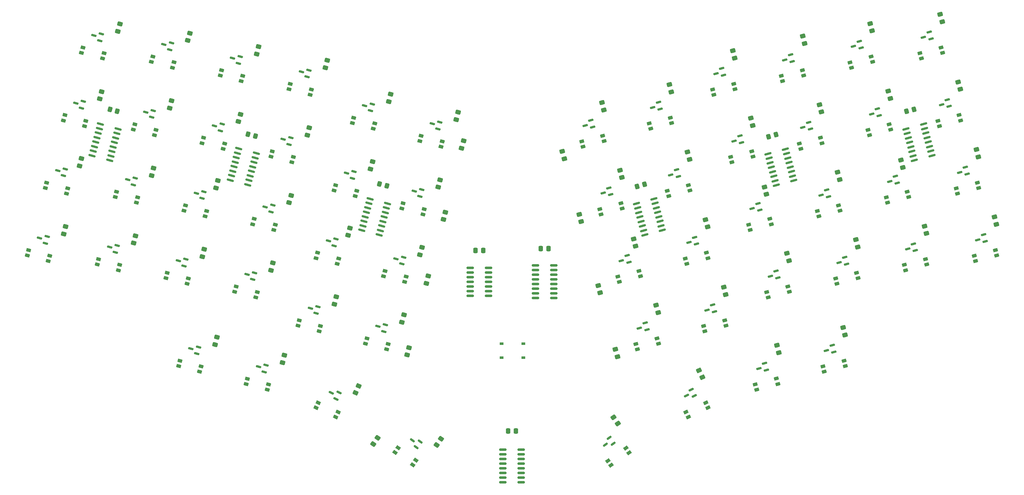
<source format=gbp>
G04 #@! TF.GenerationSoftware,KiCad,Pcbnew,9.0.7*
G04 #@! TF.CreationDate,2026-02-21T20:18:19+09:00*
G04 #@! TF.ProjectId,TrueStrike56,54727565-5374-4726-996b-6535362e6b69,rev?*
G04 #@! TF.SameCoordinates,Original*
G04 #@! TF.FileFunction,Paste,Bot*
G04 #@! TF.FilePolarity,Positive*
%FSLAX46Y46*%
G04 Gerber Fmt 4.6, Leading zero omitted, Abs format (unit mm)*
G04 Created by KiCad (PCBNEW 9.0.7) date 2026-02-21 20:18:19*
%MOMM*%
%LPD*%
G01*
G04 APERTURE LIST*
G04 Aperture macros list*
%AMRoundRect*
0 Rectangle with rounded corners*
0 $1 Rounding radius*
0 $2 $3 $4 $5 $6 $7 $8 $9 X,Y pos of 4 corners*
0 Add a 4 corners polygon primitive as box body*
4,1,4,$2,$3,$4,$5,$6,$7,$8,$9,$2,$3,0*
0 Add four circle primitives for the rounded corners*
1,1,$1+$1,$2,$3*
1,1,$1+$1,$4,$5*
1,1,$1+$1,$6,$7*
1,1,$1+$1,$8,$9*
0 Add four rect primitives between the rounded corners*
20,1,$1+$1,$2,$3,$4,$5,0*
20,1,$1+$1,$4,$5,$6,$7,0*
20,1,$1+$1,$6,$7,$8,$9,0*
20,1,$1+$1,$8,$9,$2,$3,0*%
%AMRotRect*
0 Rectangle, with rotation*
0 The origin of the aperture is its center*
0 $1 length*
0 $2 width*
0 $3 Rotation angle, in degrees counterclockwise*
0 Add horizontal line*
21,1,$1,$2,0,0,$3*%
G04 Aperture macros list end*
%ADD10RoundRect,0.150000X0.528659X0.296945X-0.606304X-0.007167X-0.528659X-0.296945X0.606304X0.007167X0*%
%ADD11RoundRect,0.150000X0.469063X0.384234X-0.595849X-0.112342X-0.469063X-0.384234X0.595849X0.112342X0*%
%ADD12RoundRect,0.150000X0.395215X0.459849X-0.567288X-0.214103X-0.395215X-0.459849X0.567288X0.214103X0*%
%ADD13RoundRect,0.150000X0.606304X-0.007167X-0.528659X0.296945X-0.606304X0.007167X0.528659X-0.296945X0*%
%ADD14RoundRect,0.150000X0.595849X-0.112342X-0.469063X0.384234X-0.595849X0.112342X0.469063X-0.384234X0*%
%ADD15RoundRect,0.150000X0.567288X-0.214103X-0.395215X0.459849X-0.567288X0.214103X0.395215X-0.459849X0*%
%ADD16RoundRect,0.250000X-0.371463X0.448939X-0.546166X-0.203061X0.371463X-0.448939X0.546166X0.203061X0*%
%ADD17RotRect,1.250000X0.900000X195.000000*%
%ADD18RotRect,1.250000X0.900000X25.000000*%
%ADD19RotRect,1.240000X0.900000X25.000000*%
%ADD20RoundRect,0.250000X-0.546166X0.203061X-0.371463X-0.448939X0.546166X-0.203061X0.371463X0.448939X0*%
%ADD21RoundRect,0.250000X-0.337500X-0.475000X0.337500X-0.475000X0.337500X0.475000X-0.337500X0.475000X0*%
%ADD22RotRect,1.250000X0.900000X15.000000*%
%ADD23RotRect,1.240000X0.900000X15.000000*%
%ADD24RotRect,1.250000X0.900000X165.000000*%
%ADD25RoundRect,0.250000X-0.448939X-0.371463X0.203061X-0.546166X0.448939X0.371463X-0.203061X0.546166X0*%
%ADD26RotRect,1.250000X0.900000X345.000000*%
%ADD27RotRect,1.240000X0.900000X345.000000*%
%ADD28RoundRect,0.250000X0.546166X-0.203061X0.371463X0.448939X-0.546166X0.203061X-0.371463X-0.448939X0*%
%ADD29RoundRect,0.250000X-0.203061X-0.546166X0.448939X-0.371463X0.203061X0.546166X-0.448939X0.371463X0*%
%ADD30RotRect,1.250000X0.900000X325.000000*%
%ADD31RotRect,1.240000X0.900000X325.000000*%
%ADD32RotRect,1.250000X0.900000X35.000000*%
%ADD33RotRect,1.240000X0.900000X35.000000*%
%ADD34R,1.000000X0.750000*%
%ADD35RoundRect,0.250000X0.195515X-0.548913X0.582679X0.004015X-0.195515X0.548913X-0.582679X-0.004015X0*%
%ADD36RoundRect,0.150000X0.835712X-0.068637X-0.758066X0.358415X-0.835712X0.068637X0.758066X-0.358415X0*%
%ADD37RoundRect,0.150000X0.758066X0.358415X-0.835712X-0.068637X-0.758066X-0.358415X0.835712X0.068637X0*%
%ADD38RoundRect,0.150000X0.825000X0.150000X-0.825000X0.150000X-0.825000X-0.150000X0.825000X-0.150000X0*%
%ADD39RotRect,1.250000X0.900000X335.000000*%
%ADD40RotRect,1.240000X0.900000X335.000000*%
%ADD41RoundRect,0.250000X-0.195515X0.548913X-0.582679X-0.004015X0.195515X-0.548913X0.582679X0.004015X0*%
%ADD42RoundRect,0.250000X-0.287863X0.506623X-0.573130X-0.105135X0.287863X-0.506623X0.573130X0.105135X0*%
%ADD43RoundRect,0.250000X-0.582679X0.004015X-0.195515X-0.548913X0.582679X-0.004015X0.195515X0.548913X0*%
%ADD44RoundRect,0.250000X-0.573130X0.105135X-0.287863X-0.506623X0.573130X-0.105135X0.287863X0.506623X0*%
G04 APERTURE END LIST*
D10*
X239323648Y-70837006D03*
X239815405Y-72672265D03*
X237758416Y-72239921D03*
D11*
X266687565Y-144211510D03*
X267490540Y-145933495D03*
X265389725Y-145864912D03*
D10*
X341353441Y-83599623D03*
X341845198Y-85434882D03*
X339788209Y-85002538D03*
X249184652Y-107638779D03*
X249676409Y-109474038D03*
X247619420Y-109041694D03*
X293704562Y-52978687D03*
X294196319Y-54813946D03*
X292139330Y-54381602D03*
X257724542Y-65906503D03*
X258216299Y-67741762D03*
X256159310Y-67309418D03*
X244254154Y-89237891D03*
X244745911Y-91073150D03*
X242688922Y-90640806D03*
X262655044Y-84307390D03*
X263146801Y-86142649D03*
X261089812Y-85710305D03*
X308496071Y-108181344D03*
X308987828Y-110016603D03*
X306930839Y-109584259D03*
X284835991Y-93484234D03*
X285327748Y-95319493D03*
X283270759Y-94887149D03*
X298635070Y-71379566D03*
X299126827Y-73214825D03*
X297069838Y-72782481D03*
X303565576Y-89780451D03*
X304057333Y-91615710D03*
X302000344Y-91183366D03*
X286646991Y-137044802D03*
X287138748Y-138880061D03*
X285081759Y-138447717D03*
X317364653Y-67675794D03*
X317856410Y-69511053D03*
X315799421Y-69078709D03*
D12*
X244283613Y-157355325D03*
X245373408Y-158911714D03*
X243292601Y-159208975D03*
D10*
X327225658Y-104477565D03*
X327717415Y-106312824D03*
X325660426Y-105880480D03*
X336422948Y-65198744D03*
X336914705Y-67034003D03*
X334857716Y-66601659D03*
X279905481Y-75083350D03*
X280397238Y-76918609D03*
X278340249Y-76486265D03*
X331492438Y-46797861D03*
X331984195Y-48633120D03*
X329927206Y-48200776D03*
X312434144Y-49274905D03*
X312925901Y-51110164D03*
X310868912Y-50677820D03*
X274974981Y-56682459D03*
X275466738Y-58517718D03*
X273409749Y-58085374D03*
X254115155Y-126039672D03*
X254606912Y-127874931D03*
X252549923Y-127442587D03*
X346283949Y-102000519D03*
X346775706Y-103835778D03*
X344718717Y-103403434D03*
X289766493Y-111885120D03*
X290258250Y-113720379D03*
X288201261Y-113288035D03*
X272516056Y-121109158D03*
X273007813Y-122944417D03*
X270950824Y-122512073D03*
X267585551Y-102708281D03*
X268077308Y-104543540D03*
X266020319Y-104111196D03*
X305047881Y-132114295D03*
X305539638Y-133949554D03*
X303482649Y-133517210D03*
X322295155Y-86076687D03*
X322786912Y-87911946D03*
X320729923Y-87479602D03*
D13*
X193228910Y-89723173D03*
X192737153Y-91558432D03*
X191171921Y-90155517D03*
X101060123Y-65684029D03*
X100568366Y-67519288D03*
X99003134Y-66116373D03*
X174828023Y-84792682D03*
X174336266Y-86627941D03*
X172771034Y-85225026D03*
X115187899Y-86561971D03*
X114696142Y-88397230D03*
X113130910Y-86994315D03*
X91199109Y-102485808D03*
X90707352Y-104321067D03*
X89142120Y-102918152D03*
X132435181Y-132599587D03*
X131943424Y-134434846D03*
X130378192Y-133031931D03*
X169897520Y-103193567D03*
X169405763Y-105028826D03*
X167840531Y-103625911D03*
X183367893Y-126524962D03*
X182876136Y-128360221D03*
X181310904Y-126957306D03*
X164967004Y-121594450D03*
X164475247Y-123429709D03*
X162910015Y-122026794D03*
X125048903Y-49760197D03*
X124557146Y-51595456D03*
X122991914Y-50192541D03*
X188298396Y-108124062D03*
X187806639Y-109959321D03*
X186241407Y-108556406D03*
X128986990Y-108666639D03*
X128495233Y-110501898D03*
X126930001Y-109098983D03*
X110257396Y-104962846D03*
X109765639Y-106798105D03*
X108200407Y-105395190D03*
X138847996Y-71864855D03*
X138356239Y-73700114D03*
X136791007Y-72297199D03*
X96129608Y-84084918D03*
X95637851Y-85920177D03*
X94072619Y-84517262D03*
X120118400Y-68161080D03*
X119626643Y-69996339D03*
X118061411Y-68593424D03*
X133917485Y-90265740D03*
X133425728Y-92100999D03*
X131860496Y-90698084D03*
X179758511Y-66391799D03*
X179266754Y-68227058D03*
X177701522Y-66824143D03*
X152648312Y-93964912D03*
X152156555Y-95800171D03*
X150591323Y-94397256D03*
D14*
X170683709Y-145003925D03*
X169880734Y-146725910D03*
X168582894Y-145072508D03*
D13*
X162509315Y-57163131D03*
X162017558Y-58998390D03*
X160452326Y-57595475D03*
D15*
X192793179Y-158339011D03*
X191703384Y-159895400D03*
X190712372Y-158041750D03*
D13*
X143778497Y-53463969D03*
X143286740Y-55299228D03*
X141721508Y-53896313D03*
X105990617Y-47283141D03*
X105498860Y-49118400D03*
X103933628Y-47715485D03*
X147717811Y-112365791D03*
X147226054Y-114201050D03*
X145660822Y-112798135D03*
X157578816Y-75564026D03*
X157087059Y-77399285D03*
X155521827Y-75996370D03*
X198159419Y-71322291D03*
X197667662Y-73157550D03*
X196102430Y-71754635D03*
X150836058Y-137530090D03*
X150344301Y-139365349D03*
X148779069Y-137962434D03*
D16*
X148788591Y-50771433D03*
X148251541Y-52775729D03*
D17*
X241742926Y-94982598D03*
X242131155Y-96431485D03*
X247878416Y-94891510D03*
X247490187Y-93442623D03*
X251603925Y-131784371D03*
X251992154Y-133233258D03*
X257739415Y-131693283D03*
X257351186Y-130244396D03*
D18*
X271238505Y-149149895D03*
X270604579Y-147790433D03*
D19*
X265207516Y-150307125D03*
D18*
X265845975Y-151664473D03*
D16*
X199692821Y-95834920D03*
X199155771Y-97839216D03*
D20*
X242316251Y-66000152D03*
X242853301Y-68004448D03*
D16*
X189798944Y-132759362D03*
X189261894Y-134763658D03*
D21*
X225688477Y-105779280D03*
X227763477Y-105779280D03*
D22*
X278599239Y-62336069D03*
X278211010Y-60887182D03*
D23*
X272458921Y-62428449D03*
D22*
X272851978Y-63876044D03*
D17*
X296123831Y-77124278D03*
X296512060Y-78573165D03*
X302259321Y-77033190D03*
X301871092Y-75584303D03*
D16*
X157657168Y-91276981D03*
X157120118Y-93281277D03*
D24*
X91082480Y-87804359D03*
X90694251Y-89253248D03*
X96441510Y-90793221D03*
X96829739Y-89344332D03*
D20*
X297003924Y-47879713D03*
X297540974Y-49884009D03*
X315426748Y-44438053D03*
X315963798Y-46442349D03*
X311488679Y-103344489D03*
X312025729Y-105348785D03*
X289991340Y-132113699D03*
X290528390Y-134117995D03*
D16*
X179838118Y-82100146D03*
X179301068Y-84104442D03*
D20*
X339415538Y-60361883D03*
X339952588Y-62366179D03*
D25*
X145927725Y-74613901D03*
X147932021Y-75150951D03*
D16*
X115267500Y-102270324D03*
X114730450Y-104274620D03*
X125128509Y-65468543D03*
X124591459Y-67472839D03*
D17*
X333911708Y-70943445D03*
X334299937Y-72392332D03*
X340047198Y-70852357D03*
X339658969Y-69403470D03*
D26*
X120430298Y-74869388D03*
X120818527Y-73420499D03*
D27*
X115066438Y-71879232D03*
D26*
X114683039Y-73329415D03*
D16*
X133997085Y-105974098D03*
X133460035Y-107978394D03*
X198239004Y-87030649D03*
X197701954Y-89034945D03*
D28*
X246541532Y-135254349D03*
X246004482Y-133250053D03*
X236680524Y-98452575D03*
X236143474Y-96448279D03*
D20*
X277967577Y-51845603D03*
X278504627Y-53849899D03*
D26*
X148028459Y-119078710D03*
X148416688Y-117629821D03*
D27*
X142664599Y-116088554D03*
D26*
X142281200Y-117538737D03*
D17*
X324714428Y-110222271D03*
X325102657Y-111671158D03*
X330849918Y-110131183D03*
X330461689Y-108682296D03*
D20*
X282898081Y-70246493D03*
X283435131Y-72250789D03*
D16*
X173680883Y-100172323D03*
X173143833Y-102176619D03*
D28*
X241873988Y-117834844D03*
X241336938Y-115830548D03*
D29*
X287772799Y-75273618D03*
X289777095Y-74736568D03*
D24*
X174711385Y-70111235D03*
X174323156Y-71560124D03*
X180070415Y-73100097D03*
X180458644Y-71651208D03*
D22*
X308672138Y-137767910D03*
X308283909Y-136319023D03*
D23*
X302531820Y-137860290D03*
D22*
X302924877Y-139307885D03*
D20*
X257107758Y-121202825D03*
X257644808Y-123207121D03*
D26*
X183679785Y-133233264D03*
X184068014Y-131784375D03*
D27*
X178315925Y-130243108D03*
D26*
X177932526Y-131693291D03*
D22*
X271209802Y-108361898D03*
X270821573Y-106913011D03*
D23*
X265069484Y-108454278D03*
D22*
X265462541Y-109901873D03*
D20*
X301627669Y-66542718D03*
X302164719Y-68547014D03*
D22*
X252808917Y-113292391D03*
X252420688Y-111843504D03*
D23*
X246668599Y-113384771D03*
D22*
X247061656Y-114832366D03*
D30*
X190804753Y-164706027D03*
X191665118Y-163477299D03*
D31*
X186787067Y-160061651D03*
D30*
X185930798Y-161293247D03*
D26*
X165278903Y-128302748D03*
X165667132Y-126853859D03*
D27*
X159915043Y-125312592D03*
D26*
X159531644Y-126762775D03*
D32*
X249688483Y-161382522D03*
X248828118Y-160153796D03*
D33*
X243950068Y-163569445D03*
D32*
X244814528Y-164795306D03*
D26*
X175139912Y-91500983D03*
X175528141Y-90052094D03*
D27*
X169776052Y-88510827D03*
D26*
X169392653Y-89961010D03*
D34*
X220962971Y-131717279D03*
X214962971Y-131717279D03*
X220962971Y-135467279D03*
X214962971Y-135467279D03*
D24*
X128870346Y-93985192D03*
X128482117Y-95434081D03*
X134229376Y-96974054D03*
X134617605Y-95525165D03*
D16*
X155846157Y-134837550D03*
X155309107Y-136841846D03*
D24*
X157460942Y-60887198D03*
X157072713Y-62336087D03*
X162819972Y-63876060D03*
X163208201Y-62427171D03*
D22*
X261348794Y-71560120D03*
X260960565Y-70111233D03*
D23*
X255208476Y-71652500D03*
D22*
X255601533Y-73100095D03*
D20*
X286601848Y-88976078D03*
X287138898Y-90980374D03*
D22*
X307189825Y-95434074D03*
X306801596Y-93985187D03*
D23*
X301049507Y-95526454D03*
D22*
X301442564Y-96974049D03*
D17*
X287255253Y-117629818D03*
X287643482Y-119078705D03*
X293390743Y-117538730D03*
X293002514Y-116089843D03*
D26*
X129298876Y-115374940D03*
X129687105Y-113926051D03*
D27*
X123935016Y-112384784D03*
D26*
X123551617Y-113834967D03*
D20*
X349276550Y-97163664D03*
X349813600Y-99167960D03*
D35*
X180002493Y-159073195D03*
X181192665Y-157373455D03*
D16*
X120198005Y-83869436D03*
X119660955Y-85873732D03*
D26*
X151147943Y-144238398D03*
X151536172Y-142789509D03*
D27*
X145784083Y-141248242D03*
D26*
X145400684Y-142698425D03*
D36*
X110513687Y-73145019D03*
X110184987Y-74371745D03*
X109856287Y-75598469D03*
X109527587Y-76825196D03*
X109198886Y-78051922D03*
X108870186Y-79278648D03*
X108541486Y-80505374D03*
X108212786Y-81732099D03*
X103431453Y-80450945D03*
X103760153Y-79224219D03*
X104088853Y-77997495D03*
X104417553Y-76770768D03*
X104746254Y-75544042D03*
X105074954Y-74317316D03*
X105403654Y-73090590D03*
X105732354Y-71863865D03*
D25*
X181743395Y-88155085D03*
X183747691Y-88692135D03*
D17*
X260143809Y-90052100D03*
X260532038Y-91500987D03*
X266279299Y-89961012D03*
X265891070Y-88512125D03*
D24*
X110140771Y-90281408D03*
X109752542Y-91730297D03*
X115499801Y-93270270D03*
X115888030Y-91821381D03*
D26*
X110569291Y-111671159D03*
X110957520Y-110222270D03*
D27*
X105205431Y-108681003D03*
D26*
X104822032Y-110131186D03*
D20*
X250950535Y-103130625D03*
X251487585Y-105134921D03*
D16*
X195025277Y-113254428D03*
X194488227Y-115258724D03*
X204640944Y-76386912D03*
X204103894Y-78391208D03*
D24*
X164850379Y-106912997D03*
X164462150Y-108361886D03*
X170209409Y-109901859D03*
X170597638Y-108452970D03*
D20*
X247246755Y-84401045D03*
X247783805Y-86405341D03*
D37*
X256500382Y-92199239D03*
X256829081Y-93425965D03*
X257157781Y-94652690D03*
X257486481Y-95879416D03*
X257815182Y-97106142D03*
X258143882Y-98332869D03*
X258472582Y-99559593D03*
X258801282Y-100786319D03*
X254019948Y-102067473D03*
X253691249Y-100840747D03*
X253362549Y-99614022D03*
X253033849Y-98387296D03*
X252705148Y-97160570D03*
X252376448Y-95933843D03*
X252047748Y-94707119D03*
X251719048Y-93480393D03*
D20*
X320357254Y-62838943D03*
X320894304Y-64843239D03*
X306558164Y-84943603D03*
X307095214Y-86947899D03*
D21*
X216798477Y-155436281D03*
X218873477Y-155436281D03*
D20*
X270578149Y-97871424D03*
X271115199Y-99875720D03*
D16*
X130058990Y-47067657D03*
X129521940Y-49071953D03*
D17*
X343772715Y-107745207D03*
X344160944Y-109194094D03*
X349908205Y-107654119D03*
X349519976Y-106205232D03*
D22*
X344977702Y-89253239D03*
X344589473Y-87804352D03*
D23*
X338837384Y-89345619D03*
D22*
X339230441Y-90793214D03*
X325919412Y-91730302D03*
X325531183Y-90281415D03*
D23*
X319779094Y-91822682D03*
D22*
X320172151Y-93270277D03*
D16*
X106070213Y-62991492D03*
X105533163Y-64995788D03*
D26*
X157889477Y-82276934D03*
X158277706Y-80828045D03*
D27*
X152525617Y-79286778D03*
D26*
X152142218Y-80736961D03*
D17*
X305984838Y-113926043D03*
X306373067Y-115374930D03*
X312120328Y-113834955D03*
X311732099Y-112386068D03*
D38*
X211420980Y-110986274D03*
X211420980Y-112256274D03*
X211420980Y-113526274D03*
X211420980Y-114796274D03*
X211420980Y-116066274D03*
X211420980Y-117336274D03*
X211420980Y-118606274D03*
X206470980Y-118606274D03*
X206470980Y-117336274D03*
X206470980Y-116066274D03*
X206470980Y-114796274D03*
X206470980Y-113526274D03*
X206470980Y-112256274D03*
X206470980Y-110986274D03*
D16*
X162587680Y-72876100D03*
X162050630Y-74880396D03*
D22*
X242947908Y-76490615D03*
X242559679Y-75041728D03*
D23*
X236807590Y-76582995D03*
D22*
X237200647Y-78030590D03*
D20*
X323799405Y-81638626D03*
X324336455Y-83642922D03*
X292759088Y-107048270D03*
X293296138Y-109052566D03*
D24*
X120001770Y-53479630D03*
X119613541Y-54928519D03*
X125360800Y-56468492D03*
X125749029Y-55019603D03*
D17*
X270004818Y-126853868D03*
X270393047Y-128302755D03*
X276140308Y-126762780D03*
X275752079Y-125313893D03*
D21*
X207908473Y-106287274D03*
X209983473Y-106287274D03*
D38*
X220310973Y-160516268D03*
X220310973Y-161786268D03*
X220310973Y-163056268D03*
X220310973Y-164326268D03*
X220310973Y-165596268D03*
X220310973Y-166866268D03*
X220310973Y-168136268D03*
X220310973Y-169406268D03*
X215360973Y-169406268D03*
X215360973Y-168136268D03*
X215360973Y-166866268D03*
X215360973Y-165596268D03*
X215360973Y-164326268D03*
X215360973Y-163056268D03*
X215360973Y-161786268D03*
X215360973Y-160516268D03*
D16*
X152726662Y-109677870D03*
X152189612Y-111682166D03*
D20*
X330218266Y-99640710D03*
X330755316Y-101645006D03*
D16*
X143858084Y-69172312D03*
X143321034Y-71176608D03*
D26*
X132747075Y-139307894D03*
X133135304Y-137859005D03*
D27*
X127383215Y-136317738D03*
D26*
X126999816Y-137767921D03*
X91511004Y-109194105D03*
X91899233Y-107745216D03*
D27*
X86147144Y-106203949D03*
D26*
X85763745Y-107654132D03*
D39*
X169825972Y-151664479D03*
X170459898Y-150305017D03*
D40*
X165062836Y-147788326D03*
D39*
X164433442Y-149149901D03*
D41*
X198487562Y-157568295D03*
X197297390Y-159268035D03*
D24*
X183251254Y-111843511D03*
X182863025Y-113292400D03*
X188610284Y-114832373D03*
X188998513Y-113383484D03*
D36*
X148170090Y-79816546D03*
X147841390Y-81043272D03*
X147512690Y-82269996D03*
X147183990Y-83496723D03*
X146855289Y-84723449D03*
X146526589Y-85950175D03*
X146197889Y-87176901D03*
X145869189Y-88403626D03*
X141087856Y-87122472D03*
X141416556Y-85895746D03*
X141745256Y-84669022D03*
X142073956Y-83442295D03*
X142402657Y-82215569D03*
X142731357Y-80988843D03*
X143060057Y-79762117D03*
X143388757Y-78535392D03*
D22*
X290259153Y-142653223D03*
X289870924Y-141204336D03*
D23*
X284118835Y-142745603D03*
D22*
X284511892Y-144193198D03*
D37*
X292316059Y-78658058D03*
X292644758Y-79884784D03*
X292973458Y-81111509D03*
X293302158Y-82338235D03*
X293630859Y-83564961D03*
X293959559Y-84791688D03*
X294288259Y-86018412D03*
X294616959Y-87245138D03*
X289835625Y-88526292D03*
X289506926Y-87299566D03*
X289178226Y-86072841D03*
X288849526Y-84846115D03*
X288520825Y-83619389D03*
X288192125Y-82392662D03*
X287863425Y-81165938D03*
X287534725Y-79939212D03*
D20*
X260717145Y-61069645D03*
X261254195Y-63073941D03*
X344346043Y-78762773D03*
X344883093Y-80767069D03*
D42*
X176085236Y-143222290D03*
X175208304Y-145102878D03*
D22*
X316058400Y-54928521D03*
X315670171Y-53479634D03*
D23*
X309918082Y-55020901D03*
D22*
X310311139Y-56468496D03*
D16*
X111000725Y-44590608D03*
X110463675Y-46594904D03*
D24*
X100943487Y-51002578D03*
X100555258Y-52451467D03*
X106302517Y-53991440D03*
X106690746Y-52542551D03*
D22*
X288460243Y-99137842D03*
X288072014Y-97688955D03*
D23*
X282319925Y-99230222D03*
D22*
X282712982Y-100677817D03*
D36*
X183952897Y-93480400D03*
X183624197Y-94707126D03*
X183295497Y-95933850D03*
X182966797Y-97160577D03*
X182638096Y-98387303D03*
X182309396Y-99614029D03*
X181980696Y-100840755D03*
X181651996Y-102067480D03*
X176870663Y-100786326D03*
X177199363Y-99559600D03*
X177528063Y-98332876D03*
X177856763Y-97106149D03*
X178185464Y-95879423D03*
X178514164Y-94652697D03*
X178842864Y-93425971D03*
X179171564Y-92199246D03*
D16*
X137700857Y-87244514D03*
X137163807Y-89248810D03*
X167518182Y-54475210D03*
X166981132Y-56479506D03*
D22*
X297328825Y-58632299D03*
X296940596Y-57183412D03*
D23*
X291188507Y-58724679D03*
D22*
X291581564Y-60172274D03*
D28*
X232078724Y-81278413D03*
X231541674Y-79274117D03*
D37*
X329939587Y-71863868D03*
X330268286Y-73090594D03*
X330596986Y-74317319D03*
X330925686Y-75544045D03*
X331254387Y-76770771D03*
X331583087Y-77997498D03*
X331911787Y-79224222D03*
X332240487Y-80450948D03*
X327459153Y-81732102D03*
X327130454Y-80505376D03*
X326801754Y-79278651D03*
X326473054Y-78051925D03*
X326144353Y-76825199D03*
X325815653Y-75598472D03*
X325486953Y-74371748D03*
X325158253Y-73145022D03*
D16*
X203169497Y-68629752D03*
X202632447Y-70634048D03*
X188377994Y-123832411D03*
X187840944Y-125836707D03*
D17*
X277394252Y-80828044D03*
X277782481Y-82276931D03*
X283529742Y-80736956D03*
X283141513Y-79288069D03*
D43*
X245506973Y-151740756D03*
X246697145Y-153440496D03*
D16*
X184768618Y-63699254D03*
X184231568Y-65703550D03*
X137445272Y-129907045D03*
X136908222Y-131911341D03*
D25*
X108304204Y-67819709D03*
X110308500Y-68356759D03*
D20*
X265647646Y-79470536D03*
X266184696Y-81474832D03*
D16*
X193308493Y-105431530D03*
X192771443Y-107435826D03*
D26*
X139159888Y-78573160D03*
X139548117Y-77124271D03*
D27*
X133796028Y-75583004D03*
D26*
X133412629Y-77033187D03*
D16*
X100526343Y-81228027D03*
X99989293Y-83232323D03*
D24*
X147599940Y-97688965D03*
X147211711Y-99137854D03*
X152958970Y-100677827D03*
X153347199Y-99228938D03*
D26*
X193540795Y-96431486D03*
X193929024Y-94982597D03*
D27*
X188176935Y-93441330D03*
D26*
X187793536Y-94891513D03*
D20*
X275508648Y-116272319D03*
X276045698Y-118276615D03*
D29*
X251957120Y-88814794D03*
X253961416Y-88277744D03*
D16*
X96209210Y-99793275D03*
X95672160Y-101797571D03*
D38*
X229200976Y-110351276D03*
X229200976Y-111621276D03*
X229200976Y-112891276D03*
X229200976Y-114161276D03*
X229200976Y-115431276D03*
X229200976Y-116701276D03*
X229200976Y-117971276D03*
X229200976Y-119241276D03*
X224250976Y-119241276D03*
X224250976Y-117971276D03*
X224250976Y-116701276D03*
X224250976Y-115431276D03*
X224250976Y-114161276D03*
X224250976Y-112891276D03*
X224250976Y-111621276D03*
X224250976Y-110351276D03*
D24*
X138731356Y-57183419D03*
X138343127Y-58632308D03*
X144090386Y-60172281D03*
X144478615Y-58723392D03*
D20*
X308040489Y-127277443D03*
X308577539Y-129281739D03*
D17*
X314853418Y-73420495D03*
X315241647Y-74869382D03*
X320988908Y-73329407D03*
X320600679Y-71880520D03*
D29*
X325363452Y-68356759D03*
X327367748Y-67819709D03*
D20*
X334485033Y-41961001D03*
X335022083Y-43965297D03*
D26*
X101372009Y-72392326D03*
X101760238Y-70943437D03*
D27*
X96008149Y-69402170D03*
D26*
X95624750Y-70852353D03*
D22*
X335116694Y-52451465D03*
X334728465Y-51002578D03*
D23*
X328976376Y-52543845D03*
D22*
X329369433Y-53991440D03*
D24*
X193112261Y-75041728D03*
X192724032Y-76490617D03*
X198471291Y-78030590D03*
X198859520Y-76581701D03*
D16*
X169977108Y-118901911D03*
X169440058Y-120906207D03*
D44*
X268794797Y-138928478D03*
X269671729Y-140809066D03*
M02*

</source>
